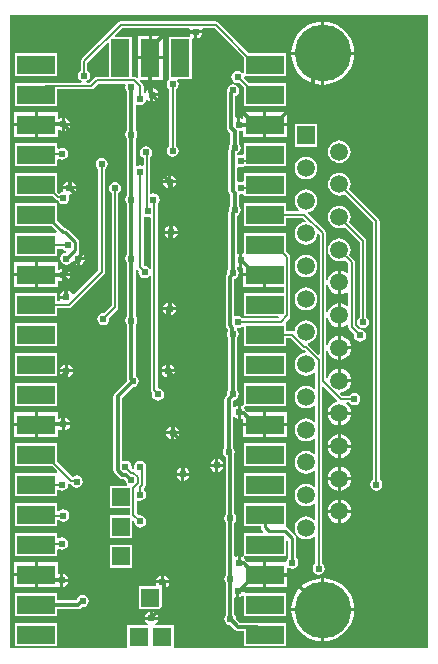
<source format=gbl>
G04*
G04 #@! TF.GenerationSoftware,Altium Limited,Altium Designer,21.3.1 (25)*
G04*
G04 Layer_Physical_Order=2*
G04 Layer_Color=13010237*
%FSLAX25Y25*%
%MOIN*%
G70*
G04*
G04 #@! TF.SameCoordinates,0F46E8F8-C812-4C73-86AE-EEEB37A8DDC9*
G04*
G04*
G04 #@! TF.FilePolarity,Positive*
G04*
G01*
G75*
%ADD15C,0.01000*%
%ADD21C,0.00600*%
%ADD43C,0.01200*%
%ADD44C,0.00800*%
%ADD45C,0.05906*%
%ADD46R,0.05906X0.05906*%
%ADD47C,0.18898*%
%ADD48C,0.02400*%
%ADD49R,0.12598X0.06299*%
%ADD50R,0.06299X0.12598*%
%ADD51R,0.05906X0.05906*%
G36*
X141170Y2039D02*
X56863D01*
X56410Y2153D01*
X56410Y2539D01*
Y9658D01*
X50306D01*
X50155Y10158D01*
X50581Y10443D01*
X51067Y11171D01*
X51138Y11529D01*
X46851D01*
X46922Y11171D01*
X47408Y10443D01*
X47835Y10158D01*
X47683Y9658D01*
X41031D01*
Y2539D01*
X41031Y2153D01*
X40578Y2039D01*
X2039D01*
Y213020D01*
X141170D01*
X141170Y2039D01*
D02*
G37*
%LPC*%
G36*
X70417Y210999D02*
X70417Y210999D01*
X38776D01*
X38776Y210999D01*
X38347Y210914D01*
X37983Y210671D01*
X37983Y210671D01*
X25782Y198470D01*
X25539Y198106D01*
X25453Y197677D01*
X25453Y197677D01*
Y194569D01*
X25133Y194355D01*
X24691Y193694D01*
X24536Y192913D01*
X24691Y192133D01*
X25133Y191472D01*
X25770Y191046D01*
X25776Y191009D01*
X25582Y190546D01*
X13420D01*
X13420Y190546D01*
X13312Y190524D01*
X3472D01*
Y182625D01*
X17670D01*
Y188303D01*
X28997D01*
X28997Y188303D01*
X29426Y188388D01*
X29790Y188631D01*
X31313Y190154D01*
X40149D01*
X40418Y189654D01*
X40284Y188976D01*
X40439Y188196D01*
X40881Y187534D01*
X40895Y187525D01*
Y174680D01*
X40881Y174670D01*
X40439Y174009D01*
X40284Y173228D01*
X40439Y172448D01*
X40881Y171786D01*
X40895Y171777D01*
Y153026D01*
X40881Y153017D01*
X40439Y152355D01*
X40284Y151575D01*
X40439Y150794D01*
X40881Y150133D01*
X40895Y150123D01*
Y133341D01*
X40881Y133332D01*
X40439Y132670D01*
X40284Y131890D01*
X40439Y131109D01*
X40881Y130448D01*
X40895Y130438D01*
Y112672D01*
X40881Y112662D01*
X40439Y112001D01*
X40284Y111221D01*
X40439Y110440D01*
X40881Y109778D01*
X40895Y109769D01*
Y91860D01*
X40895Y91860D01*
X40917Y91752D01*
X40776Y91043D01*
X40779Y91026D01*
X36746Y86993D01*
X36436Y86530D01*
X36328Y85984D01*
X36328Y85983D01*
Y61423D01*
X36328Y61423D01*
X36436Y60877D01*
X36746Y60414D01*
X38268Y58891D01*
X38268Y58891D01*
X38732Y58582D01*
X39278Y58473D01*
X39278Y58473D01*
X39902D01*
X40287Y58088D01*
X40284Y58071D01*
X40439Y57291D01*
X40881Y56629D01*
X40902Y56615D01*
X40750Y56115D01*
X35125D01*
Y48610D01*
X41855D01*
Y46591D01*
X41855Y46591D01*
X41594Y46272D01*
X35125D01*
Y38767D01*
X42631D01*
Y44293D01*
X43131Y44526D01*
X43261Y44417D01*
X43236Y44291D01*
X43392Y43511D01*
X43834Y42849D01*
X44495Y42407D01*
X45276Y42252D01*
X46056Y42407D01*
X46718Y42849D01*
X47160Y43511D01*
X47315Y44291D01*
X47160Y45072D01*
X46718Y45733D01*
X46056Y46175D01*
X45276Y46330D01*
X44898Y46255D01*
X44098Y47055D01*
Y50976D01*
X44598Y51245D01*
X45276Y51110D01*
X46056Y51266D01*
X46718Y51708D01*
X47160Y52369D01*
X47315Y53150D01*
X47160Y53930D01*
X46718Y54592D01*
X46397Y54806D01*
Y55328D01*
X46815Y55746D01*
X47058Y56109D01*
X47144Y56539D01*
X47144Y56539D01*
Y61266D01*
X47144Y61266D01*
X47078Y61597D01*
X47160Y61720D01*
X47315Y62500D01*
X47160Y63280D01*
X46718Y63942D01*
X46056Y64384D01*
X45276Y64539D01*
X44495Y64384D01*
X43834Y63942D01*
X43392Y63280D01*
X43236Y62500D01*
X43302Y62172D01*
X43218Y62015D01*
X42884Y61711D01*
X42729D01*
X42318Y62122D01*
X42393Y62500D01*
X42238Y63280D01*
X41796Y63942D01*
X41135Y64384D01*
X40354Y64539D01*
X39682Y64406D01*
X39182Y64678D01*
Y85392D01*
X42798Y89008D01*
X42815Y89004D01*
X43595Y89159D01*
X44257Y89601D01*
X44699Y90263D01*
X44854Y91043D01*
X44699Y91824D01*
X44257Y92485D01*
X43750Y92824D01*
Y109769D01*
X43765Y109778D01*
X44207Y110440D01*
X44362Y111221D01*
X44207Y112001D01*
X43765Y112662D01*
X43750Y112672D01*
Y128408D01*
X44206Y128501D01*
X44250Y128492D01*
X44482Y128144D01*
X44788Y127839D01*
X44713Y127461D01*
X44868Y126680D01*
X45310Y126019D01*
X45972Y125577D01*
X46752Y125422D01*
X47532Y125577D01*
X48194Y126019D01*
X48414Y126348D01*
X48914Y126196D01*
Y88099D01*
X48914Y88099D01*
X48999Y87670D01*
X49242Y87306D01*
X49273Y87275D01*
X49142Y86614D01*
X49297Y85834D01*
X49739Y85172D01*
X50401Y84730D01*
X51181Y84575D01*
X51961Y84730D01*
X52623Y85172D01*
X53065Y85834D01*
X53220Y86614D01*
X53065Y87394D01*
X52623Y88056D01*
X51961Y88498D01*
X51181Y88653D01*
X51157Y88673D01*
Y150148D01*
X51589Y150794D01*
X51744Y151575D01*
X51589Y152355D01*
X51147Y153017D01*
X50485Y153459D01*
X49705Y153614D01*
X49027Y153479D01*
X48527Y153749D01*
Y157010D01*
X48611Y157136D01*
X48696Y157565D01*
Y165896D01*
X49128Y166542D01*
X49283Y167323D01*
X49128Y168103D01*
X48686Y168765D01*
X48024Y169207D01*
X47244Y169362D01*
X46464Y169207D01*
X45802Y168765D01*
X45360Y168103D01*
X45205Y167323D01*
X45360Y166542D01*
X45802Y165881D01*
X46453Y165446D01*
Y163099D01*
X45953Y162830D01*
X45276Y162964D01*
X44495Y162809D01*
X44250Y162645D01*
X43750Y162913D01*
Y171777D01*
X43765Y171786D01*
X44207Y172448D01*
X44362Y173228D01*
X44207Y174009D01*
X43765Y174670D01*
X43750Y174680D01*
Y183052D01*
X44250Y183319D01*
X44495Y183155D01*
X45276Y183000D01*
X46056Y183155D01*
X46718Y183598D01*
X47160Y184259D01*
X47234Y184636D01*
X47311Y184693D01*
X47782Y184826D01*
X48354Y184443D01*
X48713Y184372D01*
Y186516D01*
Y188659D01*
X48354Y188588D01*
X47627Y188102D01*
X47140Y187374D01*
X47115Y187247D01*
X46561Y187024D01*
X46397Y187138D01*
Y189275D01*
X46312Y189704D01*
X46069Y190068D01*
X46069Y190068D01*
X45079Y191058D01*
X45270Y191520D01*
X48221D01*
Y198319D01*
X44571D01*
Y192219D01*
X44109Y192028D01*
X44068Y192069D01*
X43704Y192312D01*
X43275Y192397D01*
X43275Y192397D01*
X42670D01*
Y205918D01*
X37056D01*
X36864Y206380D01*
X39241Y208756D01*
X61463D01*
X61770Y208256D01*
X61734Y208079D01*
X66022D01*
X65986Y208256D01*
X66293Y208756D01*
X69953D01*
X79771Y198938D01*
Y193905D01*
X79271Y193754D01*
X79198Y193863D01*
X78536Y194305D01*
X77756Y194460D01*
X76976Y194305D01*
X76314Y193863D01*
X75872Y193202D01*
X75717Y192421D01*
X75872Y191641D01*
X76314Y190979D01*
X76976Y190537D01*
X77756Y190382D01*
X78279Y190486D01*
X79771Y188995D01*
Y182625D01*
X93969D01*
Y190524D01*
X81413D01*
X79944Y191994D01*
X80044Y192529D01*
X80264Y192625D01*
X93969D01*
Y200524D01*
X81357D01*
X71210Y210671D01*
X70846Y210914D01*
X70417Y210999D01*
D02*
G37*
G36*
X63378Y207079D02*
X61734D01*
X61806Y206720D01*
X62007Y206418D01*
X61740Y205918D01*
X54771D01*
Y191720D01*
X54771Y191720D01*
X54589Y191295D01*
X54218Y190741D01*
X54063Y189961D01*
X54218Y189180D01*
X54660Y188519D01*
X54981Y188305D01*
Y169471D01*
X54660Y169257D01*
X54218Y168595D01*
X54063Y167815D01*
X54218Y167035D01*
X54660Y166373D01*
X55322Y165931D01*
X56102Y165776D01*
X56883Y165931D01*
X57544Y166373D01*
X57986Y167035D01*
X58141Y167815D01*
X57986Y168595D01*
X57544Y169257D01*
X57224Y169471D01*
Y188305D01*
X57544Y188519D01*
X57986Y189180D01*
X58141Y189961D01*
X57986Y190741D01*
X57666Y191220D01*
X57901Y191720D01*
X62670D01*
Y205184D01*
X63170Y205476D01*
X63378Y205435D01*
Y207079D01*
D02*
G37*
G36*
X66022D02*
X64378D01*
Y205435D01*
X64736Y205506D01*
X65464Y205993D01*
X65950Y206720D01*
X66022Y207079D01*
D02*
G37*
G36*
X106622Y210737D02*
Y200795D01*
X116564D01*
X116474Y201935D01*
X116090Y203534D01*
X115461Y205054D01*
X114602Y206456D01*
X113533Y207707D01*
X112283Y208775D01*
X110880Y209634D01*
X109361Y210263D01*
X107762Y210647D01*
X106622Y210737D01*
D02*
G37*
G36*
X105622D02*
X104482Y210647D01*
X102883Y210263D01*
X101364Y209634D01*
X99961Y208775D01*
X98711Y207707D01*
X97643Y206456D01*
X96783Y205054D01*
X96154Y203534D01*
X95770Y201935D01*
X95680Y200795D01*
X105622D01*
Y210737D01*
D02*
G37*
G36*
X52870Y206118D02*
X49220D01*
Y199319D01*
X52870D01*
Y206118D01*
D02*
G37*
G36*
X48221D02*
X44571D01*
Y199319D01*
X48221D01*
Y206118D01*
D02*
G37*
G36*
X17670Y200524D02*
X3472D01*
Y192625D01*
X17670D01*
Y200524D01*
D02*
G37*
G36*
X52870Y198319D02*
X49220D01*
Y191520D01*
X52870D01*
Y198319D01*
D02*
G37*
G36*
X105622Y199795D02*
X95680D01*
X95770Y198656D01*
X96154Y197056D01*
X96783Y195537D01*
X97643Y194135D01*
X98711Y192884D01*
X99961Y191816D01*
X101364Y190956D01*
X102883Y190327D01*
X104482Y189943D01*
X105622Y189854D01*
Y199795D01*
D02*
G37*
G36*
X116564D02*
X106622D01*
Y189854D01*
X107762Y189943D01*
X109361Y190327D01*
X110880Y190956D01*
X112283Y191816D01*
X113533Y192884D01*
X114602Y194135D01*
X115461Y195537D01*
X116090Y197056D01*
X116474Y198656D01*
X116564Y199795D01*
D02*
G37*
G36*
X49713Y188659D02*
Y187016D01*
X51356D01*
X51285Y187374D01*
X50799Y188102D01*
X50071Y188588D01*
X49713Y188659D01*
D02*
G37*
G36*
X51356Y186016D02*
X49713D01*
Y184372D01*
X50071Y184443D01*
X50799Y184930D01*
X51285Y185657D01*
X51356Y186016D01*
D02*
G37*
G36*
X20185Y178817D02*
Y177173D01*
X21829D01*
X21757Y177532D01*
X21271Y178259D01*
X20543Y178746D01*
X20185Y178817D01*
D02*
G37*
G36*
X94169Y180724D02*
X87370D01*
Y177075D01*
X94169D01*
Y180724D01*
D02*
G37*
G36*
X10071D02*
X3272D01*
Y177075D01*
X10071D01*
Y180724D01*
D02*
G37*
G36*
X21829Y176173D02*
X20185D01*
Y174530D01*
X20543Y174601D01*
X21271Y175087D01*
X21757Y175815D01*
X21829Y176173D01*
D02*
G37*
G36*
X17870Y180724D02*
X11071D01*
Y176575D01*
Y172425D01*
X17870D01*
Y174639D01*
X18370Y174906D01*
X18827Y174601D01*
X19185Y174530D01*
Y176673D01*
Y178817D01*
X18827Y178746D01*
X18370Y178440D01*
X17870Y178708D01*
Y180724D01*
D02*
G37*
G36*
X94169Y176075D02*
X87370D01*
Y172425D01*
X94169D01*
Y176075D01*
D02*
G37*
G36*
X76279Y190031D02*
X75499Y189876D01*
X74838Y189434D01*
X74396Y188772D01*
X74240Y187992D01*
X74316Y187611D01*
X74232Y187485D01*
X74123Y186938D01*
X74123Y186938D01*
Y175498D01*
X74123Y175498D01*
X74232Y174952D01*
X74541Y174489D01*
X75344Y173686D01*
Y170251D01*
X75330Y170241D01*
X74888Y169580D01*
X74733Y168799D01*
X74818Y168369D01*
X74713Y167844D01*
X74713Y167844D01*
Y154435D01*
X74713Y154435D01*
X74822Y153889D01*
X75132Y153426D01*
X75344Y153213D01*
Y149582D01*
X75330Y149572D01*
X74888Y148910D01*
X74733Y148130D01*
X74814Y147719D01*
X74802Y147700D01*
X74693Y147154D01*
X74693Y147154D01*
Y128420D01*
X74678Y128410D01*
X74237Y127749D01*
X74081Y126969D01*
X74139Y126677D01*
X73838Y126226D01*
X73729Y125680D01*
X73729Y125680D01*
Y109652D01*
X73729Y109652D01*
X73838Y109106D01*
X74147Y108642D01*
X74463Y108326D01*
Y107911D01*
X74237Y107572D01*
X74081Y106791D01*
X74237Y106011D01*
X74678Y105349D01*
X74693Y105340D01*
Y88066D01*
X74678Y88056D01*
X74237Y87394D01*
X74081Y86614D01*
X74139Y86326D01*
X73794Y85982D01*
X73484Y85518D01*
X73376Y84972D01*
X73376Y84972D01*
Y68873D01*
X73361Y68863D01*
X72919Y68202D01*
X72764Y67421D01*
X72919Y66641D01*
X73361Y65979D01*
X73868Y65641D01*
Y46727D01*
X73853Y46718D01*
X73411Y46056D01*
X73256Y45276D01*
X73411Y44495D01*
X73853Y43834D01*
X73868Y43824D01*
Y26550D01*
X73853Y26540D01*
X73411Y25879D01*
X73256Y25098D01*
X73411Y24318D01*
X73729Y23842D01*
Y13067D01*
X73411Y12591D01*
X73256Y11811D01*
X73411Y11031D01*
X73853Y10369D01*
X74515Y9927D01*
X75295Y9772D01*
X75312Y9775D01*
X76973Y8115D01*
X76973Y8115D01*
X77436Y7806D01*
X77982Y7697D01*
X77982Y7697D01*
X79771D01*
Y2625D01*
X93969D01*
Y10524D01*
X84459D01*
X84320Y10552D01*
X84320Y10552D01*
X78573D01*
X77331Y11794D01*
X77334Y11811D01*
X77179Y12591D01*
X76737Y13253D01*
X76584Y13355D01*
Y18743D01*
X77084Y19052D01*
X77256Y19018D01*
Y21161D01*
X77756D01*
Y21661D01*
X79900D01*
X79847Y21925D01*
X80027Y22264D01*
X80159Y22425D01*
X86370D01*
Y26575D01*
Y30724D01*
X80449D01*
X80320Y31370D01*
X79834Y32098D01*
X79793Y32125D01*
X79945Y32625D01*
X80223Y32625D01*
X93969D01*
Y37857D01*
X94469Y38107D01*
X94639Y37980D01*
Y32032D01*
X94523Y31954D01*
X94081Y31292D01*
X93968Y30724D01*
X87370D01*
Y27075D01*
X94169D01*
Y28767D01*
X94669Y28972D01*
X95184Y28628D01*
X95965Y28473D01*
X96745Y28628D01*
X97407Y29070D01*
X97848Y29732D01*
X98004Y30512D01*
X97848Y31292D01*
X97407Y31954D01*
X97290Y32032D01*
Y38767D01*
X97189Y39274D01*
X96902Y39704D01*
X94645Y41961D01*
X94234Y42235D01*
X93969Y42625D01*
Y50524D01*
X79771D01*
Y42625D01*
X85545D01*
Y42325D01*
X85646Y41818D01*
X85933Y41388D01*
X86334Y40986D01*
X86143Y40524D01*
X79771D01*
Y33072D01*
X79771Y32742D01*
X79360Y32419D01*
X79106Y32584D01*
X78929Y32619D01*
X78748Y32656D01*
Y30512D01*
X77748D01*
Y32656D01*
X77390Y32584D01*
X77164Y32433D01*
X76723Y32669D01*
Y43824D01*
X76737Y43834D01*
X77179Y44495D01*
X77334Y45276D01*
X77179Y46056D01*
X76737Y46718D01*
X76723Y46727D01*
Y66604D01*
X76723Y66604D01*
X76701Y66712D01*
X76842Y67421D01*
X76687Y68202D01*
X76245Y68863D01*
X76231Y68873D01*
Y78937D01*
X76731Y79077D01*
X77390Y78636D01*
X77748Y78565D01*
Y80709D01*
Y82852D01*
X77390Y82781D01*
X76731Y82341D01*
X76231Y82481D01*
Y84381D01*
X76500Y84650D01*
X76901Y84730D01*
X77562Y85172D01*
X78004Y85834D01*
X78160Y86614D01*
X78004Y87394D01*
X77562Y88056D01*
X77548Y88066D01*
Y105340D01*
X77562Y105349D01*
X78004Y106011D01*
X78160Y106791D01*
X78004Y107572D01*
X77574Y108215D01*
X77600Y108323D01*
X77719Y108603D01*
X77775Y108693D01*
X78536Y108844D01*
X79198Y109286D01*
X79271Y109396D01*
X79771Y109244D01*
Y102625D01*
X93969D01*
Y105453D01*
X95341D01*
X99124Y101670D01*
X99488Y101427D01*
X99917Y101342D01*
X99917Y101342D01*
X100007D01*
X100403Y100946D01*
X100224Y100418D01*
X99552Y100329D01*
X98639Y99951D01*
X97855Y99350D01*
X97254Y98566D01*
X96875Y97653D01*
X96746Y96673D01*
X96875Y95694D01*
X97254Y94781D01*
X97855Y93997D01*
X98639Y93395D01*
X99552Y93017D01*
X100531Y92888D01*
X101511Y93017D01*
X102424Y93395D01*
X103201Y93992D01*
X103391Y93967D01*
X103701Y93862D01*
Y88579D01*
X103391Y88474D01*
X103201Y88449D01*
X102424Y89046D01*
X101511Y89424D01*
X100531Y89553D01*
X99552Y89424D01*
X98639Y89046D01*
X97855Y88444D01*
X97254Y87660D01*
X96875Y86747D01*
X96746Y85768D01*
X96875Y84788D01*
X97254Y83875D01*
X97855Y83091D01*
X98639Y82490D01*
X99552Y82112D01*
X100531Y81983D01*
X101511Y82112D01*
X102424Y82490D01*
X103201Y83086D01*
X103391Y83062D01*
X103701Y82956D01*
Y77674D01*
X103391Y77568D01*
X103201Y77544D01*
X102424Y78140D01*
X101511Y78518D01*
X100531Y78647D01*
X99552Y78518D01*
X98639Y78140D01*
X97855Y77539D01*
X97254Y76755D01*
X96875Y75842D01*
X96746Y74862D01*
X96875Y73883D01*
X97254Y72970D01*
X97855Y72186D01*
X98639Y71584D01*
X99552Y71206D01*
X100531Y71077D01*
X101511Y71206D01*
X102424Y71584D01*
X103201Y72181D01*
X103391Y72156D01*
X103701Y72051D01*
Y66768D01*
X103391Y66663D01*
X103201Y66638D01*
X102424Y67235D01*
X101511Y67613D01*
X100531Y67742D01*
X99552Y67613D01*
X98639Y67235D01*
X97855Y66633D01*
X97254Y65849D01*
X96875Y64936D01*
X96746Y63957D01*
X96875Y62977D01*
X97254Y62064D01*
X97855Y61280D01*
X98639Y60679D01*
X99552Y60300D01*
X100531Y60172D01*
X101511Y60300D01*
X102424Y60679D01*
X103201Y61275D01*
X103391Y61251D01*
X103701Y61145D01*
Y55863D01*
X103391Y55757D01*
X103201Y55733D01*
X102424Y56329D01*
X101511Y56707D01*
X100531Y56836D01*
X99552Y56707D01*
X98639Y56329D01*
X97855Y55728D01*
X97254Y54944D01*
X96875Y54031D01*
X96746Y53051D01*
X96875Y52071D01*
X97254Y51159D01*
X97855Y50375D01*
X98639Y49773D01*
X99552Y49395D01*
X100531Y49266D01*
X101511Y49395D01*
X102424Y49773D01*
X103201Y50370D01*
X103391Y50345D01*
X103701Y50240D01*
Y44957D01*
X103391Y44852D01*
X103201Y44827D01*
X102424Y45424D01*
X101511Y45802D01*
X100531Y45931D01*
X99552Y45802D01*
X98639Y45424D01*
X97855Y44822D01*
X97254Y44038D01*
X96875Y43125D01*
X96746Y42146D01*
X96875Y41166D01*
X97254Y40253D01*
X97855Y39469D01*
X98639Y38868D01*
X99552Y38489D01*
X100531Y38361D01*
X101511Y38489D01*
X102424Y38868D01*
X103201Y39464D01*
X103391Y39440D01*
X103701Y39334D01*
Y30199D01*
X103381Y29985D01*
X102939Y29324D01*
X102784Y28543D01*
X102939Y27763D01*
X103381Y27101D01*
X104042Y26659D01*
X104823Y26504D01*
X105603Y26659D01*
X106265Y27101D01*
X106707Y27763D01*
X106862Y28543D01*
X106707Y29324D01*
X106265Y29985D01*
X105944Y30199D01*
Y89019D01*
X106406Y89210D01*
X110915Y84701D01*
X110736Y84173D01*
X110681Y84166D01*
X109719Y83768D01*
X108894Y83134D01*
X108260Y82308D01*
X107862Y81347D01*
X107792Y80815D01*
X111713D01*
X115634D01*
X115564Y81347D01*
X115165Y82308D01*
X114532Y83134D01*
X114034Y83516D01*
X114203Y84016D01*
X114978D01*
X115192Y83696D01*
X115854Y83254D01*
X116634Y83099D01*
X117414Y83254D01*
X118076Y83696D01*
X118518Y84357D01*
X118673Y85138D01*
X118518Y85918D01*
X118076Y86580D01*
X117414Y87022D01*
X116634Y87177D01*
X115854Y87022D01*
X115192Y86580D01*
X114978Y86259D01*
X112530D01*
X112019Y86770D01*
X112198Y87298D01*
X112744Y87370D01*
X113706Y87768D01*
X114532Y88401D01*
X115165Y89227D01*
X115564Y90189D01*
X115634Y90720D01*
X111713D01*
Y91220D01*
X111213D01*
Y95142D01*
X110681Y95072D01*
X109719Y94673D01*
X108894Y94040D01*
X108260Y93214D01*
X107862Y92252D01*
X107844Y92122D01*
X107344Y92154D01*
Y101192D01*
X107844Y101225D01*
X107862Y101094D01*
X108260Y100133D01*
X108894Y99307D01*
X109719Y98673D01*
X110681Y98275D01*
X111213Y98205D01*
Y102126D01*
Y106047D01*
X110681Y105977D01*
X109719Y105579D01*
X108894Y104945D01*
X108260Y104119D01*
X107862Y103158D01*
X107844Y103027D01*
X107344Y103060D01*
Y112098D01*
X107844Y112130D01*
X107862Y112000D01*
X108260Y111038D01*
X108894Y110212D01*
X109719Y109579D01*
X110681Y109180D01*
X111213Y109110D01*
Y113031D01*
Y116953D01*
X110681Y116883D01*
X109719Y116484D01*
X108894Y115851D01*
X108260Y115025D01*
X107862Y114063D01*
X107844Y113933D01*
X107344Y113965D01*
Y123003D01*
X107844Y123036D01*
X107862Y122905D01*
X108260Y121944D01*
X108894Y121118D01*
X109719Y120484D01*
X110681Y120086D01*
X111213Y120016D01*
Y123937D01*
Y127858D01*
X110681Y127788D01*
X109719Y127390D01*
X108894Y126756D01*
X108260Y125930D01*
X107862Y124969D01*
X107844Y124838D01*
X107344Y124871D01*
Y140334D01*
X107259Y140763D01*
X107016Y141127D01*
X107016Y141127D01*
X101150Y146993D01*
X101330Y147521D01*
X101511Y147545D01*
X102424Y147923D01*
X103208Y148524D01*
X103809Y149308D01*
X104188Y150221D01*
X104317Y151201D01*
X104188Y152180D01*
X103809Y153093D01*
X103208Y153877D01*
X102424Y154479D01*
X101511Y154857D01*
X100531Y154986D01*
X99552Y154857D01*
X98639Y154479D01*
X97855Y153877D01*
X97254Y153093D01*
X96875Y152180D01*
X96746Y151201D01*
X96875Y150221D01*
X97254Y149308D01*
X97855Y148524D01*
X98282Y148196D01*
X98113Y147696D01*
X93969D01*
Y150524D01*
X79771D01*
Y142625D01*
X93969D01*
Y145453D01*
X99518D01*
X100403Y144568D01*
X100224Y144040D01*
X99552Y143951D01*
X98639Y143573D01*
X97855Y142972D01*
X97254Y142188D01*
X96875Y141275D01*
X96746Y140295D01*
X96875Y139316D01*
X97254Y138403D01*
X97855Y137619D01*
X98639Y137017D01*
X99552Y136639D01*
X100531Y136510D01*
X101511Y136639D01*
X102424Y137017D01*
X103208Y137619D01*
X103809Y138403D01*
X104188Y139316D01*
X104274Y139974D01*
X104716Y140132D01*
X105101Y139813D01*
Y100073D01*
X104639Y99882D01*
X101265Y103256D01*
X101103Y103365D01*
X101224Y103885D01*
X101511Y103923D01*
X102424Y104301D01*
X103208Y104902D01*
X103809Y105686D01*
X104188Y106599D01*
X104317Y107579D01*
X104188Y108558D01*
X103809Y109471D01*
X103208Y110255D01*
X102424Y110857D01*
X101511Y111235D01*
X100531Y111364D01*
X99552Y111235D01*
X98639Y110857D01*
X97855Y110255D01*
X97254Y109471D01*
X96875Y108558D01*
X96782Y107847D01*
X96265Y107590D01*
X96234Y107611D01*
X95805Y107696D01*
X95805Y107696D01*
X93969D01*
Y110524D01*
X93969D01*
X93805Y110921D01*
X95061Y112177D01*
X95062Y112177D01*
X95305Y112541D01*
X95390Y112970D01*
Y132326D01*
X95390Y132326D01*
X95305Y132755D01*
X95062Y133119D01*
X95061Y133119D01*
X93969Y134211D01*
Y140524D01*
X79771D01*
Y133910D01*
X79271Y133535D01*
X79240Y133541D01*
Y131398D01*
Y129197D01*
X79571Y128926D01*
Y127075D01*
X86870D01*
Y126575D01*
X87370D01*
Y122425D01*
X93147D01*
Y120524D01*
X79771D01*
Y112625D01*
X91328D01*
X91576Y112125D01*
X91441Y111945D01*
X79348D01*
X79198Y112170D01*
X78536Y112612D01*
X77756Y112768D01*
X77084Y112634D01*
X76584Y112906D01*
Y125022D01*
X76901Y125084D01*
X77562Y125527D01*
X78004Y126188D01*
X78160Y126969D01*
X78004Y127749D01*
X77562Y128410D01*
X77548Y128420D01*
Y128993D01*
X78048Y129292D01*
X78240Y129254D01*
Y131398D01*
Y133541D01*
X78048Y133503D01*
X77548Y133802D01*
Y146245D01*
X77552Y146246D01*
X78214Y146688D01*
X78656Y147350D01*
X78811Y148130D01*
X78656Y148910D01*
X78214Y149572D01*
X78199Y149582D01*
Y153186D01*
X78586Y153503D01*
X78740Y153473D01*
X79271Y153578D01*
X79771Y153240D01*
Y152625D01*
X93969D01*
Y160524D01*
X79771D01*
Y157784D01*
X79271Y157445D01*
X78740Y157551D01*
X78068Y157417D01*
X77568Y157690D01*
Y162192D01*
X78068Y162464D01*
X78740Y162331D01*
X79200Y162422D01*
X79343Y162451D01*
X79343Y162451D01*
X79520Y162486D01*
X79663Y162581D01*
X80125Y162625D01*
X93969D01*
Y170524D01*
X79771D01*
Y166642D01*
X79271Y166304D01*
X78740Y166409D01*
X78113Y166285D01*
X77691Y166579D01*
X77680Y167001D01*
X78214Y167357D01*
X78656Y168019D01*
X78811Y168799D01*
X78656Y169580D01*
X78214Y170241D01*
X78199Y170251D01*
Y174277D01*
X78187Y174339D01*
X79008Y174503D01*
X79130Y174584D01*
X79571Y174348D01*
Y172425D01*
X86370D01*
Y176575D01*
Y180724D01*
X79571D01*
Y178801D01*
X79130Y178566D01*
X79008Y178647D01*
X78650Y178718D01*
Y176575D01*
X77650D01*
Y178718D01*
X77478Y178684D01*
X76978Y178993D01*
Y186092D01*
X77060Y186108D01*
X77722Y186550D01*
X78163Y187212D01*
X78319Y187992D01*
X78163Y188772D01*
X77722Y189434D01*
X77060Y189876D01*
X76279Y190031D01*
D02*
G37*
G36*
X10071Y176075D02*
X3272D01*
Y172425D01*
X10071D01*
Y176075D01*
D02*
G37*
G36*
X104284Y176765D02*
X96779D01*
Y169259D01*
X104284D01*
Y176765D01*
D02*
G37*
G36*
X17670Y170524D02*
X3472D01*
Y162625D01*
X17670D01*
Y164841D01*
X18170Y165109D01*
X18413Y164947D01*
X19193Y164792D01*
X19973Y164947D01*
X20635Y165389D01*
X21077Y166050D01*
X21232Y166831D01*
X21077Y167611D01*
X20635Y168273D01*
X19973Y168715D01*
X19193Y168870D01*
X18413Y168715D01*
X18170Y168553D01*
X17670Y168820D01*
Y170524D01*
D02*
G37*
G36*
X111713Y171344D02*
X110733Y171215D01*
X109820Y170837D01*
X109036Y170236D01*
X108435Y169452D01*
X108056Y168539D01*
X107928Y167559D01*
X108056Y166579D01*
X108435Y165666D01*
X109036Y164883D01*
X109820Y164281D01*
X110733Y163903D01*
X111713Y163774D01*
X112692Y163903D01*
X113605Y164281D01*
X114389Y164883D01*
X114991Y165666D01*
X115369Y166579D01*
X115498Y167559D01*
X115369Y168539D01*
X114991Y169452D01*
X114389Y170236D01*
X113605Y170837D01*
X112692Y171215D01*
X111713Y171344D01*
D02*
G37*
G36*
X100531Y165891D02*
X99552Y165762D01*
X98639Y165384D01*
X97855Y164783D01*
X97254Y163999D01*
X96875Y163086D01*
X96746Y162106D01*
X96875Y161127D01*
X97254Y160214D01*
X97855Y159430D01*
X98639Y158828D01*
X99552Y158450D01*
X100531Y158321D01*
X101511Y158450D01*
X102424Y158828D01*
X103208Y159430D01*
X103809Y160214D01*
X104188Y161127D01*
X104317Y162106D01*
X104188Y163086D01*
X103809Y163999D01*
X103208Y164783D01*
X102424Y165384D01*
X101511Y165762D01*
X100531Y165891D01*
D02*
G37*
G36*
X55618Y159624D02*
Y157980D01*
X57262D01*
X57191Y158339D01*
X56704Y159066D01*
X55976Y159553D01*
X55618Y159624D01*
D02*
G37*
G36*
X54618D02*
X54260Y159553D01*
X53532Y159066D01*
X53046Y158339D01*
X52974Y157980D01*
X54618D01*
Y159624D01*
D02*
G37*
G36*
X22153Y157655D02*
Y156012D01*
X23797D01*
X23726Y156370D01*
X23240Y157098D01*
X22512Y157584D01*
X22153Y157655D01*
D02*
G37*
G36*
X21154D02*
X20795Y157584D01*
X20067Y157098D01*
X19581Y156370D01*
X19510Y156012D01*
X21154D01*
Y157655D01*
D02*
G37*
G36*
X57262Y156980D02*
X55618D01*
Y155337D01*
X55976Y155408D01*
X56704Y155894D01*
X57191Y156622D01*
X57262Y156980D01*
D02*
G37*
G36*
X54618D02*
X52974D01*
X53046Y156622D01*
X53532Y155894D01*
X54260Y155408D01*
X54618Y155337D01*
Y156980D01*
D02*
G37*
G36*
X17670Y160524D02*
X3472D01*
Y152625D01*
X16084D01*
X17091Y151618D01*
X17091Y151618D01*
X17455Y151375D01*
X17797Y151307D01*
X17801Y151287D01*
X18243Y150625D01*
X18905Y150183D01*
X19685Y150028D01*
X20465Y150183D01*
X21127Y150625D01*
X21569Y151287D01*
X21724Y152067D01*
X21582Y152783D01*
X21598Y152893D01*
X21861Y153310D01*
X22512Y153439D01*
X23240Y153926D01*
X23726Y154653D01*
X23797Y155012D01*
X19510D01*
X19581Y154653D01*
X19624Y154589D01*
X19385Y154046D01*
X18905Y153951D01*
X18321Y153561D01*
X17670Y154211D01*
Y160524D01*
D02*
G37*
G36*
X56110Y142892D02*
Y141248D01*
X57754D01*
X57683Y141606D01*
X57196Y142334D01*
X56469Y142820D01*
X56110Y142892D01*
D02*
G37*
G36*
X55110D02*
X54752Y142820D01*
X54024Y142334D01*
X53538Y141606D01*
X53467Y141248D01*
X55110D01*
Y142892D01*
D02*
G37*
G36*
X57754Y140248D02*
X56110D01*
Y138604D01*
X56469Y138676D01*
X57196Y139162D01*
X57683Y139890D01*
X57754Y140248D01*
D02*
G37*
G36*
X55110D02*
X53467D01*
X53538Y139890D01*
X54024Y139162D01*
X54752Y138676D01*
X55110Y138604D01*
Y140248D01*
D02*
G37*
G36*
X26750Y131390D02*
X25106D01*
Y129746D01*
X25465Y129817D01*
X26192Y130304D01*
X26679Y131031D01*
X26750Y131390D01*
D02*
G37*
G36*
X17670Y150524D02*
X3472D01*
Y142625D01*
X15796D01*
X17396Y141024D01*
X17189Y140524D01*
X3472D01*
Y132625D01*
X17670D01*
Y135095D01*
X19574D01*
X19719Y134877D01*
X20381Y134435D01*
X20516Y134408D01*
Y133898D01*
X19889Y133774D01*
X19227Y133332D01*
X18785Y132670D01*
X18630Y131890D01*
X18785Y131109D01*
X19227Y130448D01*
X19889Y130006D01*
X20669Y129851D01*
X21450Y130006D01*
X22111Y130448D01*
X22217Y130606D01*
X22818D01*
X23020Y130304D01*
X23748Y129817D01*
X24106Y129746D01*
Y131890D01*
X24606D01*
Y132390D01*
X26750D01*
X26679Y132748D01*
X26192Y133476D01*
X25465Y133962D01*
X25201Y134015D01*
X24926Y134579D01*
X24986Y134881D01*
Y137354D01*
X24986Y137354D01*
X24885Y137861D01*
X24598Y138291D01*
X21312Y141577D01*
X20882Y141864D01*
X20375Y141965D01*
X20205D01*
X17670Y144500D01*
Y150524D01*
D02*
G37*
G36*
X10071Y130724D02*
X3272D01*
Y127075D01*
X10071D01*
Y130724D01*
D02*
G37*
G36*
X111713Y138628D02*
X110733Y138499D01*
X109820Y138120D01*
X109036Y137519D01*
X108435Y136735D01*
X108056Y135822D01*
X107928Y134843D01*
X108056Y133863D01*
X108435Y132950D01*
X109036Y132166D01*
X109820Y131564D01*
X110733Y131186D01*
X111713Y131057D01*
X112692Y131186D01*
X113463Y131506D01*
X114643Y130326D01*
Y127301D01*
X114143Y127054D01*
X113706Y127390D01*
X112744Y127788D01*
X112213Y127858D01*
Y123937D01*
Y120016D01*
X112744Y120086D01*
X113706Y120484D01*
X114143Y120820D01*
X114643Y120573D01*
Y116395D01*
X114143Y116149D01*
X113706Y116484D01*
X112744Y116883D01*
X112213Y116953D01*
Y113031D01*
Y109110D01*
X112744Y109180D01*
X113706Y109579D01*
X114143Y109914D01*
X114643Y109668D01*
Y109137D01*
X114643Y109137D01*
X114728Y108708D01*
X114971Y108344D01*
X116638Y106677D01*
X116563Y106299D01*
X116718Y105519D01*
X117160Y104857D01*
X117822Y104415D01*
X118602Y104260D01*
X119383Y104415D01*
X120044Y104857D01*
X120486Y105519D01*
X120642Y106299D01*
X120486Y107080D01*
X120044Y107741D01*
X119383Y108183D01*
X118602Y108338D01*
X118225Y108263D01*
X116886Y109602D01*
Y130790D01*
X116886Y130791D01*
X116801Y131220D01*
X116558Y131584D01*
X116558Y131584D01*
X115049Y133092D01*
X115369Y133863D01*
X115498Y134843D01*
X115369Y135822D01*
X114991Y136735D01*
X114389Y137519D01*
X113605Y138120D01*
X112692Y138499D01*
X111713Y138628D01*
D02*
G37*
G36*
X20185Y128620D02*
Y126976D01*
X21829D01*
X21757Y127335D01*
X21271Y128062D01*
X20543Y128549D01*
X20185Y128620D01*
D02*
G37*
G36*
X100531Y133175D02*
X99552Y133046D01*
X98639Y132668D01*
X97855Y132066D01*
X97254Y131282D01*
X96875Y130369D01*
X96746Y129390D01*
X96875Y128410D01*
X97254Y127497D01*
X97855Y126713D01*
X98639Y126112D01*
X99552Y125734D01*
X100531Y125605D01*
X101511Y125734D01*
X102424Y126112D01*
X103208Y126713D01*
X103809Y127497D01*
X104188Y128410D01*
X104317Y129390D01*
X104188Y130369D01*
X103809Y131282D01*
X103208Y132066D01*
X102424Y132668D01*
X101511Y133046D01*
X100531Y133175D01*
D02*
G37*
G36*
X21829Y125976D02*
X20185D01*
Y124333D01*
X20543Y124404D01*
X21271Y124890D01*
X21757Y125618D01*
X21829Y125976D01*
D02*
G37*
G36*
X17870Y130724D02*
X11071D01*
Y126575D01*
Y122425D01*
X17870D01*
Y124442D01*
X18370Y124709D01*
X18827Y124404D01*
X19185Y124333D01*
Y126476D01*
Y128620D01*
X18827Y128549D01*
X18370Y128244D01*
X17870Y128511D01*
Y130724D01*
D02*
G37*
G36*
X86370Y126075D02*
X79571D01*
Y122425D01*
X86370D01*
Y126075D01*
D02*
G37*
G36*
X10071Y126075D02*
X3272D01*
Y122425D01*
X10071D01*
Y126075D01*
D02*
G37*
G36*
X32480Y165425D02*
X31700Y165270D01*
X31038Y164828D01*
X30596Y164166D01*
X30441Y163386D01*
X30596Y162606D01*
X31038Y161944D01*
X31257Y161798D01*
Y128019D01*
X23209Y119972D01*
X22638Y120108D01*
X22255Y120681D01*
X21528Y121167D01*
X21169Y121238D01*
Y119095D01*
X20669D01*
Y118595D01*
X18526D01*
X18585Y118298D01*
X18522Y118096D01*
X18363Y117798D01*
X17670D01*
Y120524D01*
X3472D01*
Y112625D01*
X17670D01*
Y115351D01*
X21543D01*
X22011Y115444D01*
X22408Y115710D01*
X33345Y126647D01*
X33611Y127044D01*
X33704Y127513D01*
Y161798D01*
X33922Y161944D01*
X34364Y162606D01*
X34519Y163386D01*
X34364Y164166D01*
X33922Y164828D01*
X33261Y165270D01*
X32480Y165425D01*
D02*
G37*
G36*
X20169Y121238D02*
X19811Y121167D01*
X19083Y120681D01*
X18597Y119953D01*
X18526Y119595D01*
X20169D01*
Y121238D01*
D02*
G37*
G36*
X55618Y117301D02*
Y115657D01*
X57262D01*
X57191Y116016D01*
X56704Y116744D01*
X55976Y117230D01*
X55618Y117301D01*
D02*
G37*
G36*
X54618D02*
X54260Y117230D01*
X53532Y116744D01*
X53046Y116016D01*
X52974Y115657D01*
X54618D01*
Y117301D01*
D02*
G37*
G36*
X100531Y122269D02*
X99552Y122140D01*
X98639Y121762D01*
X97855Y121161D01*
X97254Y120377D01*
X96875Y119464D01*
X96746Y118484D01*
X96875Y117505D01*
X97254Y116592D01*
X97855Y115808D01*
X98639Y115206D01*
X99552Y114828D01*
X100531Y114699D01*
X101511Y114828D01*
X102424Y115206D01*
X103208Y115808D01*
X103809Y116592D01*
X104188Y117505D01*
X104317Y118484D01*
X104188Y119464D01*
X103809Y120377D01*
X103208Y121161D01*
X102424Y121762D01*
X101511Y122140D01*
X100531Y122269D01*
D02*
G37*
G36*
X36909Y157513D02*
X36129Y157358D01*
X35467Y156916D01*
X35026Y156254D01*
X34870Y155474D01*
X35026Y154694D01*
X35467Y154032D01*
X35788Y153818D01*
Y116114D01*
X33350Y113677D01*
X32972Y113752D01*
X32192Y113597D01*
X31530Y113154D01*
X31089Y112493D01*
X30933Y111713D01*
X31089Y110932D01*
X31530Y110271D01*
X32192Y109829D01*
X32972Y109673D01*
X33753Y109829D01*
X34414Y110271D01*
X34856Y110932D01*
X35012Y111713D01*
X34936Y112091D01*
X37703Y114857D01*
X37703Y114857D01*
X37946Y115220D01*
X38031Y115650D01*
Y153818D01*
X38351Y154032D01*
X38793Y154694D01*
X38949Y155474D01*
X38793Y156254D01*
X38351Y156916D01*
X37690Y157358D01*
X36909Y157513D01*
D02*
G37*
G36*
X57262Y114657D02*
X55618D01*
Y113014D01*
X55976Y113085D01*
X56704Y113571D01*
X57191Y114299D01*
X57262Y114657D01*
D02*
G37*
G36*
X54618D02*
X52974D01*
X53046Y114299D01*
X53532Y113571D01*
X54260Y113085D01*
X54618Y113014D01*
Y114657D01*
D02*
G37*
G36*
X111713Y149533D02*
X110733Y149404D01*
X109820Y149026D01*
X109036Y148424D01*
X108435Y147641D01*
X108056Y146728D01*
X107928Y145748D01*
X108056Y144768D01*
X108435Y143856D01*
X109036Y143072D01*
X109820Y142470D01*
X110733Y142092D01*
X111713Y141963D01*
X112692Y142092D01*
X113463Y142411D01*
X118465Y137409D01*
Y112384D01*
X118145Y112170D01*
X117703Y111509D01*
X117547Y110728D01*
X117703Y109948D01*
X118145Y109286D01*
X118806Y108844D01*
X119587Y108689D01*
X120367Y108844D01*
X121028Y109286D01*
X121471Y109948D01*
X121626Y110728D01*
X121471Y111509D01*
X121028Y112170D01*
X120708Y112384D01*
Y137874D01*
X120623Y138303D01*
X120380Y138667D01*
X120380Y138667D01*
X115049Y143997D01*
X115369Y144768D01*
X115498Y145748D01*
X115369Y146728D01*
X114991Y147641D01*
X114389Y148424D01*
X113605Y149026D01*
X112692Y149404D01*
X111713Y149533D01*
D02*
G37*
G36*
X112213Y106047D02*
Y102626D01*
X115634D01*
X115564Y103158D01*
X115165Y104119D01*
X114532Y104945D01*
X113706Y105579D01*
X112744Y105977D01*
X112213Y106047D01*
D02*
G37*
G36*
X17670Y110524D02*
X3472D01*
Y102625D01*
X17670D01*
Y110524D01*
D02*
G37*
G36*
X115634Y101626D02*
X112213D01*
Y98205D01*
X112744Y98275D01*
X113706Y98673D01*
X114532Y99307D01*
X115165Y100133D01*
X115564Y101094D01*
X115634Y101626D01*
D02*
G37*
G36*
X55126Y96632D02*
Y94988D01*
X56770D01*
X56698Y95347D01*
X56212Y96074D01*
X55484Y96561D01*
X55126Y96632D01*
D02*
G37*
G36*
X54126D02*
X53768Y96561D01*
X53040Y96074D01*
X52554Y95347D01*
X52482Y94988D01*
X54126D01*
Y96632D01*
D02*
G37*
G36*
X21169D02*
Y94988D01*
X22813D01*
X22742Y95347D01*
X22255Y96074D01*
X21528Y96561D01*
X21169Y96632D01*
D02*
G37*
G36*
X20169D02*
X19811Y96561D01*
X19083Y96074D01*
X18597Y95347D01*
X18526Y94988D01*
X20169D01*
Y96632D01*
D02*
G37*
G36*
X93969Y100524D02*
X79771D01*
Y92625D01*
X93969D01*
Y100524D01*
D02*
G37*
G36*
X17670D02*
X3472D01*
Y92625D01*
X17670D01*
Y100524D01*
D02*
G37*
G36*
X56770Y93988D02*
X55126D01*
Y92345D01*
X55484Y92416D01*
X56212Y92902D01*
X56698Y93630D01*
X56770Y93988D01*
D02*
G37*
G36*
X54126D02*
X52482D01*
X52554Y93630D01*
X53040Y92902D01*
X53768Y92416D01*
X54126Y92345D01*
Y93988D01*
D02*
G37*
G36*
X22813D02*
X21169D01*
Y92345D01*
X21528Y92416D01*
X22255Y92902D01*
X22742Y93630D01*
X22813Y93988D01*
D02*
G37*
G36*
X20169D02*
X18526D01*
X18597Y93630D01*
X19083Y92902D01*
X19811Y92416D01*
X20169Y92345D01*
Y93988D01*
D02*
G37*
G36*
X112213Y95142D02*
Y91720D01*
X115634D01*
X115564Y92252D01*
X115165Y93214D01*
X114532Y94040D01*
X113706Y94673D01*
X112744Y95072D01*
X112213Y95142D01*
D02*
G37*
G36*
X93969Y90524D02*
X79771D01*
Y82938D01*
X79271Y82671D01*
X79106Y82781D01*
X78748Y82852D01*
Y80709D01*
Y78565D01*
X79071Y78629D01*
X79183Y78623D01*
X79571Y78416D01*
Y77075D01*
X86370D01*
Y80724D01*
X80488D01*
X80320Y81567D01*
X79947Y82125D01*
X80171Y82625D01*
X93969D01*
Y90524D01*
D02*
G37*
G36*
X17670D02*
X3472D01*
Y82625D01*
X17670D01*
Y90524D01*
D02*
G37*
G36*
X20185Y78915D02*
Y77272D01*
X21829D01*
X21757Y77630D01*
X21271Y78358D01*
X20543Y78844D01*
X20185Y78915D01*
D02*
G37*
G36*
X94169Y80724D02*
X87370D01*
Y77075D01*
X94169D01*
Y80724D01*
D02*
G37*
G36*
X10071D02*
X3272D01*
Y77075D01*
X10071D01*
Y80724D01*
D02*
G37*
G36*
X111213Y79815D02*
X107792D01*
X107862Y79283D01*
X108260Y78321D01*
X108894Y77496D01*
X109719Y76862D01*
X110681Y76464D01*
X111213Y76394D01*
Y79815D01*
D02*
G37*
G36*
X115634D02*
X112213D01*
Y76394D01*
X112744Y76464D01*
X113706Y76862D01*
X114532Y77496D01*
X115165Y78321D01*
X115564Y79283D01*
X115634Y79815D01*
D02*
G37*
G36*
X21829Y76272D02*
X20185D01*
Y74628D01*
X20543Y74699D01*
X21271Y75186D01*
X21757Y75913D01*
X21829Y76272D01*
D02*
G37*
G36*
X17870Y80724D02*
X11071D01*
Y76575D01*
Y72425D01*
X17870D01*
Y74737D01*
X18370Y75004D01*
X18827Y74699D01*
X19185Y74628D01*
Y76772D01*
Y78915D01*
X18827Y78844D01*
X18370Y78539D01*
X17870Y78806D01*
Y80724D01*
D02*
G37*
G36*
X56602Y75963D02*
Y74319D01*
X58246D01*
X58175Y74677D01*
X57688Y75405D01*
X56961Y75891D01*
X56602Y75963D01*
D02*
G37*
G36*
X55602D02*
X55244Y75891D01*
X54516Y75405D01*
X54030Y74677D01*
X53959Y74319D01*
X55602D01*
Y75963D01*
D02*
G37*
G36*
X94169Y76075D02*
X87370D01*
Y72425D01*
X94169D01*
Y76075D01*
D02*
G37*
G36*
X86370D02*
X79571D01*
Y72425D01*
X86370D01*
Y76075D01*
D02*
G37*
G36*
X10071D02*
X3272D01*
Y72425D01*
X10071D01*
Y76075D01*
D02*
G37*
G36*
X58246Y73319D02*
X56602D01*
Y71675D01*
X56961Y71747D01*
X57688Y72233D01*
X58175Y72961D01*
X58246Y73319D01*
D02*
G37*
G36*
X55602D02*
X53959D01*
X54030Y72961D01*
X54516Y72233D01*
X55244Y71747D01*
X55602Y71675D01*
Y73319D01*
D02*
G37*
G36*
X112213Y73330D02*
Y69909D01*
X115634D01*
X115564Y70441D01*
X115165Y71403D01*
X114532Y72229D01*
X113706Y72862D01*
X112744Y73260D01*
X112213Y73330D01*
D02*
G37*
G36*
X111213D02*
X110681Y73260D01*
X109719Y72862D01*
X108894Y72229D01*
X108260Y71403D01*
X107862Y70441D01*
X107792Y69909D01*
X111213D01*
Y73330D01*
D02*
G37*
G36*
Y68909D02*
X107792D01*
X107862Y68378D01*
X108260Y67416D01*
X108894Y66590D01*
X109719Y65957D01*
X110681Y65558D01*
X111213Y65488D01*
Y68909D01*
D02*
G37*
G36*
X115634D02*
X112213D01*
Y65488D01*
X112744Y65558D01*
X113706Y65957D01*
X114532Y66590D01*
X115165Y67416D01*
X115564Y68378D01*
X115634Y68909D01*
D02*
G37*
G36*
X71366Y65136D02*
Y63492D01*
X73010D01*
X72939Y63850D01*
X72452Y64578D01*
X71724Y65065D01*
X71366Y65136D01*
D02*
G37*
G36*
X70366D02*
X70008Y65065D01*
X69280Y64578D01*
X68794Y63850D01*
X68722Y63492D01*
X70366D01*
Y65136D01*
D02*
G37*
G36*
X93969Y70524D02*
X79771D01*
Y62625D01*
X93969D01*
Y70524D01*
D02*
G37*
G36*
X73010Y62492D02*
X71366D01*
Y60848D01*
X71724Y60920D01*
X72452Y61406D01*
X72939Y62134D01*
X73010Y62492D01*
D02*
G37*
G36*
X70366D02*
X68722D01*
X68794Y62134D01*
X69280Y61406D01*
X70008Y60920D01*
X70366Y60848D01*
Y62492D01*
D02*
G37*
G36*
X60047Y62183D02*
Y60539D01*
X61691D01*
X61620Y60898D01*
X61133Y61625D01*
X60406Y62112D01*
X60047Y62183D01*
D02*
G37*
G36*
X59047D02*
X58689Y62112D01*
X57961Y61625D01*
X57475Y60898D01*
X57404Y60539D01*
X59047D01*
Y62183D01*
D02*
G37*
G36*
X112213Y62425D02*
Y59004D01*
X115634D01*
X115564Y59536D01*
X115165Y60497D01*
X114532Y61323D01*
X113706Y61957D01*
X112744Y62355D01*
X112213Y62425D01*
D02*
G37*
G36*
X111213D02*
X110681Y62355D01*
X109719Y61957D01*
X108894Y61323D01*
X108260Y60497D01*
X107862Y59536D01*
X107792Y59004D01*
X111213D01*
Y62425D01*
D02*
G37*
G36*
X61691Y59539D02*
X60047D01*
Y57896D01*
X60406Y57967D01*
X61133Y58453D01*
X61620Y59181D01*
X61691Y59539D01*
D02*
G37*
G36*
X59047D02*
X57404D01*
X57475Y59181D01*
X57961Y58453D01*
X58689Y57967D01*
X59047Y57896D01*
Y59539D01*
D02*
G37*
G36*
X17670Y70524D02*
X3472D01*
Y62625D01*
X16084D01*
X17695Y61014D01*
X17478Y60524D01*
X17250Y60524D01*
X3472D01*
Y52625D01*
X17670D01*
Y54605D01*
X18170Y54873D01*
X18413Y54711D01*
X19193Y54555D01*
X19973Y54711D01*
X20635Y55153D01*
X21077Y55814D01*
X21232Y56595D01*
X21189Y56814D01*
X21428Y57007D01*
X21644Y57087D01*
X21943Y56887D01*
X22224Y56831D01*
X22230Y56798D01*
X22672Y56137D01*
X23334Y55695D01*
X24114Y55540D01*
X24894Y55695D01*
X25556Y56137D01*
X25998Y56798D01*
X26153Y57579D01*
X25998Y58359D01*
X25556Y59021D01*
X24894Y59463D01*
X24114Y59618D01*
X23334Y59463D01*
X22785Y59096D01*
X17670Y64211D01*
Y70524D01*
D02*
G37*
G36*
X115634Y58004D02*
X112213D01*
Y54583D01*
X112744Y54653D01*
X113706Y55051D01*
X114532Y55685D01*
X115165Y56511D01*
X115564Y57472D01*
X115634Y58004D01*
D02*
G37*
G36*
X111213D02*
X107792D01*
X107862Y57472D01*
X108260Y56511D01*
X108894Y55685D01*
X109719Y55051D01*
X110681Y54653D01*
X111213Y54583D01*
Y58004D01*
D02*
G37*
G36*
X111713Y160439D02*
X110733Y160310D01*
X109820Y159932D01*
X109036Y159330D01*
X108435Y158546D01*
X108056Y157633D01*
X107928Y156653D01*
X108056Y155674D01*
X108435Y154761D01*
X109036Y153977D01*
X109820Y153375D01*
X110733Y152997D01*
X111713Y152868D01*
X112692Y152997D01*
X113463Y153317D01*
X122894Y143886D01*
Y58250D01*
X122574Y58036D01*
X122132Y57375D01*
X121977Y56595D01*
X122132Y55814D01*
X122574Y55153D01*
X123235Y54711D01*
X124016Y54555D01*
X124796Y54711D01*
X125458Y55153D01*
X125900Y55814D01*
X126055Y56595D01*
X125900Y57375D01*
X125458Y58036D01*
X125137Y58250D01*
Y144350D01*
X125137Y144350D01*
X125052Y144780D01*
X124809Y145143D01*
X124809Y145143D01*
X115049Y154903D01*
X115369Y155674D01*
X115498Y156653D01*
X115369Y157633D01*
X114991Y158546D01*
X114389Y159330D01*
X113605Y159932D01*
X112692Y160310D01*
X111713Y160439D01*
D02*
G37*
G36*
X93969Y60524D02*
X79771D01*
Y52625D01*
X93969D01*
Y60524D01*
D02*
G37*
G36*
X112213Y51520D02*
Y48098D01*
X115634D01*
X115564Y48630D01*
X115165Y49592D01*
X114532Y50418D01*
X113706Y51051D01*
X112744Y51449D01*
X112213Y51520D01*
D02*
G37*
G36*
X111213D02*
X110681Y51449D01*
X109719Y51051D01*
X108894Y50418D01*
X108260Y49592D01*
X107862Y48630D01*
X107792Y48098D01*
X111213D01*
Y51520D01*
D02*
G37*
G36*
X17670Y50524D02*
X3472D01*
Y42625D01*
X17670D01*
Y44776D01*
X18170Y44927D01*
X18243Y44818D01*
X18905Y44376D01*
X19685Y44221D01*
X20465Y44376D01*
X21127Y44818D01*
X21569Y45480D01*
X21724Y46260D01*
X21569Y47040D01*
X21127Y47702D01*
X20465Y48144D01*
X19685Y48299D01*
X18905Y48144D01*
X18243Y47702D01*
X18170Y47592D01*
X17670Y47744D01*
Y50524D01*
D02*
G37*
G36*
X115634Y47098D02*
X112213D01*
Y43677D01*
X112744Y43747D01*
X113706Y44146D01*
X114532Y44779D01*
X115165Y45605D01*
X115564Y46567D01*
X115634Y47098D01*
D02*
G37*
G36*
X111213D02*
X107792D01*
X107862Y46567D01*
X108260Y45605D01*
X108894Y44779D01*
X109719Y44146D01*
X110681Y43747D01*
X111213Y43677D01*
Y47098D01*
D02*
G37*
G36*
X17670Y40524D02*
X3472D01*
Y32625D01*
X17670D01*
Y34920D01*
X18170Y35188D01*
X18413Y35026D01*
X19193Y34870D01*
X19973Y35026D01*
X20635Y35467D01*
X21077Y36129D01*
X21232Y36909D01*
X21077Y37690D01*
X20635Y38351D01*
X19973Y38793D01*
X19193Y38949D01*
X18413Y38793D01*
X18170Y38631D01*
X17670Y38899D01*
Y40524D01*
D02*
G37*
G36*
X42631Y36430D02*
X35125D01*
Y28924D01*
X42631D01*
Y36430D01*
D02*
G37*
G36*
X10071Y30724D02*
X3272D01*
Y27075D01*
X10071D01*
Y30724D01*
D02*
G37*
G36*
X19693Y26750D02*
Y25106D01*
X21337D01*
X21265Y25465D01*
X20779Y26192D01*
X20051Y26679D01*
X19693Y26750D01*
D02*
G37*
G36*
X53158Y26258D02*
Y24614D01*
X54801D01*
X54730Y24973D01*
X54244Y25700D01*
X53516Y26186D01*
X53158Y26258D01*
D02*
G37*
G36*
X52157D02*
X51799Y26186D01*
X51071Y25700D01*
X50585Y24973D01*
X50514Y24614D01*
X52157D01*
Y26258D01*
D02*
G37*
G36*
X21337Y24106D02*
X19693D01*
Y22463D01*
X20051Y22534D01*
X20779Y23020D01*
X21265Y23748D01*
X21337Y24106D01*
D02*
G37*
G36*
X17870Y30724D02*
X11071D01*
Y26575D01*
Y22425D01*
X17870D01*
Y22425D01*
X18329Y22525D01*
X18370Y22527D01*
X18693Y22463D01*
Y24606D01*
Y26750D01*
X18370Y26686D01*
X18258Y26692D01*
X17870Y26899D01*
Y30724D01*
D02*
G37*
G36*
X10071Y26075D02*
X3272D01*
Y22425D01*
X10071D01*
Y26075D01*
D02*
G37*
G36*
X94169Y26075D02*
X87370D01*
Y22425D01*
X94169D01*
Y26075D01*
D02*
G37*
G36*
X17670Y20524D02*
X3472D01*
Y12625D01*
X17670D01*
Y15147D01*
X24616D01*
X24616Y15147D01*
X25163Y15256D01*
X25626Y15565D01*
X25795Y15735D01*
X26083Y15677D01*
X26863Y15833D01*
X27525Y16275D01*
X27967Y16936D01*
X28122Y17717D01*
X27967Y18497D01*
X27525Y19159D01*
X26863Y19601D01*
X26083Y19756D01*
X25302Y19601D01*
X24641Y19159D01*
X24199Y18497D01*
X24119Y18096D01*
X24025Y18002D01*
X17670D01*
Y20524D01*
D02*
G37*
G36*
X106622Y25304D02*
Y15362D01*
X116564D01*
X116474Y16502D01*
X116090Y18101D01*
X115461Y19621D01*
X114602Y21023D01*
X113533Y22274D01*
X112283Y23342D01*
X110880Y24201D01*
X109361Y24830D01*
X107762Y25214D01*
X106622Y25304D01*
D02*
G37*
G36*
X105622D02*
X104482Y25214D01*
X102883Y24830D01*
X101364Y24201D01*
X99961Y23342D01*
X98711Y22274D01*
X97643Y21023D01*
X96783Y19621D01*
X96154Y18101D01*
X95770Y16502D01*
X95680Y15362D01*
X105622D01*
Y25304D01*
D02*
G37*
G36*
X54801Y23614D02*
X50514D01*
X50585Y23256D01*
X50695Y23091D01*
X50459Y22650D01*
X44968D01*
Y15145D01*
X52473D01*
Y21720D01*
X52658Y21871D01*
X53516Y22042D01*
X54244Y22528D01*
X54730Y23256D01*
X54801Y23614D01*
D02*
G37*
G36*
X80154Y20661D02*
X78256D01*
Y19018D01*
X78614Y19089D01*
X79271Y19528D01*
X79771Y19386D01*
Y12625D01*
X93969D01*
Y20524D01*
X80266D01*
X80154Y20661D01*
D02*
G37*
G36*
X49494Y14173D02*
Y12529D01*
X51138D01*
X51067Y12888D01*
X50581Y13615D01*
X49853Y14101D01*
X49494Y14173D01*
D02*
G37*
G36*
X48494D02*
X48136Y14101D01*
X47408Y13615D01*
X46922Y12888D01*
X46851Y12529D01*
X48494D01*
Y14173D01*
D02*
G37*
G36*
X105622Y14362D02*
X95680D01*
X95770Y13223D01*
X96154Y11623D01*
X96783Y10104D01*
X97643Y8702D01*
X98711Y7451D01*
X99961Y6383D01*
X101364Y5523D01*
X102883Y4894D01*
X104482Y4510D01*
X105622Y4420D01*
Y14362D01*
D02*
G37*
G36*
X116564D02*
X106622D01*
Y4420D01*
X107762Y4510D01*
X109361Y4894D01*
X110880Y5523D01*
X112283Y6383D01*
X113533Y7451D01*
X114602Y8702D01*
X115461Y10104D01*
X116090Y11623D01*
X116474Y13223D01*
X116564Y14362D01*
D02*
G37*
G36*
X17670Y10524D02*
X3472D01*
Y2625D01*
X17670D01*
Y10524D01*
D02*
G37*
%LPD*%
G36*
X34771Y203633D02*
Y192397D01*
X30848D01*
X30848Y192397D01*
X30419Y192312D01*
X30055Y192069D01*
X28532Y190546D01*
X27568D01*
X27373Y191009D01*
X27380Y191046D01*
X28017Y191472D01*
X28459Y192133D01*
X28614Y192913D01*
X28459Y193694D01*
X28017Y194355D01*
X27696Y194569D01*
Y197212D01*
X34309Y203825D01*
X34771Y203633D01*
D02*
G37*
G36*
X46956Y145754D02*
X47736Y145599D01*
X48414Y145733D01*
X48914Y145464D01*
Y128725D01*
X48414Y128573D01*
X48194Y128902D01*
X47532Y129345D01*
X46752Y129500D01*
X46397Y129791D01*
Y145597D01*
X46838Y145833D01*
X46956Y145754D01*
D02*
G37*
D15*
X23661Y134881D02*
Y137354D01*
X20669Y131890D02*
X23661Y134881D01*
X20375Y140640D02*
X23661Y137354D01*
X10571Y146575D02*
X13721D01*
X19656Y140640D02*
X20375D01*
X13721Y146575D02*
X19656Y140640D01*
X95965Y30512D02*
Y38767D01*
X88172Y41024D02*
X93707D01*
X86870Y42325D02*
X88172Y41024D01*
X93707D02*
X95965Y38767D01*
X86870Y42325D02*
Y46575D01*
D21*
X19341Y152411D02*
X19685Y152067D01*
X22372Y57923D02*
X23770D01*
X49705Y151575D02*
X50035Y151244D01*
X10571Y156575D02*
X13721D01*
X17884Y152411D01*
X50035Y88099D02*
Y151244D01*
Y88099D02*
X51181Y86953D01*
X10571Y166575D02*
X10827Y166831D01*
X19193D01*
X78740Y155512D02*
X85807D01*
X86870Y156575D01*
X78740Y164370D02*
X84665D01*
X86870Y166575D01*
X47575Y157565D02*
Y166992D01*
X47405Y147968D02*
X47736Y147638D01*
X45276Y128937D02*
X46752Y127461D01*
X45276Y128937D02*
Y160925D01*
X47405Y157396D02*
X47575Y157565D01*
X47244Y167323D02*
X47575Y166992D01*
X47405Y147968D02*
Y157396D01*
X106223Y90980D02*
Y140334D01*
X99982Y146575D02*
X106223Y140334D01*
X86870Y146575D02*
X99982D01*
X106223Y90980D02*
X112065Y85138D01*
X115765Y109137D02*
Y130791D01*
X111713Y134843D02*
X115765Y130791D01*
Y109137D02*
X118602Y106299D01*
X112065Y85138D02*
X116634D01*
X92122Y110824D02*
X94269Y112970D01*
Y132326D01*
X77756Y110728D02*
X77851Y110824D01*
X90020Y136575D02*
X94269Y132326D01*
X77851Y110824D02*
X92122D01*
X86870Y136575D02*
X90020D01*
X111713Y156653D02*
X124016Y144350D01*
Y56595D02*
Y144350D01*
X100472Y102463D02*
X104823Y98112D01*
Y28543D02*
Y98112D01*
X86870Y106575D02*
X95805D01*
X99917Y102463D02*
X100472D01*
X95805Y106575D02*
X99917Y102463D01*
X119587Y110728D02*
Y137874D01*
X111713Y145748D02*
X119587Y137874D01*
X77756Y192421D02*
X77930D01*
X80871Y189424D02*
X83720Y186575D01*
X86870D01*
X77930Y192421D02*
X80871Y189481D01*
Y189424D02*
Y189481D01*
X26575Y197677D02*
X38776Y209878D01*
X70417D01*
X26575Y192913D02*
Y197677D01*
X83720Y196575D02*
X86870D01*
X70417Y209878D02*
X83720Y196575D01*
X45276Y185039D02*
Y189275D01*
X28997Y189424D02*
X30848Y191276D01*
X13420Y189424D02*
X28997D01*
X10571Y186575D02*
X13420Y189424D01*
X30848Y191276D02*
X43275D01*
X45276Y189275D01*
X46022Y56539D02*
Y61266D01*
X42976Y55473D02*
X44622Y57118D01*
X42976Y46591D02*
Y55473D01*
X45276Y62013D02*
X46022Y61266D01*
X43056Y60589D02*
X44622Y59023D01*
X10905Y36909D02*
X19193D01*
X10571Y36575D02*
X10905Y36909D01*
X10571Y46575D02*
X10886Y46260D01*
X19685D01*
X10571Y66575D02*
X13721D01*
X23770Y57923D02*
X24114Y57579D01*
X13721Y66575D02*
X22372Y57923D01*
X10591Y56595D02*
X19193D01*
X10571Y56575D02*
X10591Y56595D01*
X56102Y167815D02*
Y189961D01*
X36909Y115650D02*
Y155474D01*
X32972Y111713D02*
X36909Y115650D01*
X51181Y86614D02*
Y86953D01*
X17884Y152411D02*
X19341D01*
X42265Y60589D02*
X43056D01*
X42976Y46591D02*
X45276Y44291D01*
X44622Y57118D02*
Y59023D01*
X45276Y62013D02*
Y62500D01*
Y53150D02*
Y55792D01*
X46022Y56539D01*
X40354Y62500D02*
X42265Y60589D01*
D43*
X76141Y154435D02*
X76772Y153805D01*
X75295Y25098D02*
Y66604D01*
X75891Y107021D02*
Y108918D01*
X76772Y147805D02*
Y153805D01*
X76121Y86289D02*
Y106791D01*
Y126644D02*
Y147154D01*
X75157Y11950D02*
Y24960D01*
X78248Y80709D02*
X78478Y80479D01*
X49213Y186516D02*
X52165Y183563D01*
X19685Y93179D02*
X20669Y94164D01*
X55118Y157156D02*
Y157480D01*
X52165Y160433D02*
Y183563D01*
X79171Y181124D02*
X83720Y176575D01*
X75157Y24960D02*
X75295Y25098D01*
X74803Y67097D02*
Y84972D01*
X75891Y107021D02*
X76121Y106791D01*
X76141Y167844D02*
X76772Y168474D01*
Y174277D01*
X75157Y11950D02*
X77982Y9124D01*
X76141Y154435D02*
Y167844D01*
X42815Y91043D02*
Y91368D01*
X74803Y67097D02*
X75295Y66604D01*
X75157Y109652D02*
Y125680D01*
X56102Y73819D02*
X59547Y70374D01*
Y60039D02*
Y70374D01*
X25561Y133169D02*
Y151605D01*
X51663Y13956D02*
X53072Y15365D01*
X54626Y114341D02*
X55118Y114833D01*
X52165Y160433D02*
X55118Y157480D01*
X24476Y131513D02*
Y132084D01*
X78248Y30512D02*
X78478Y30282D01*
X55118Y114833D02*
Y139931D01*
X54626Y94164D02*
X56102Y92687D01*
X53072Y15365D02*
Y23374D01*
X12539Y24606D02*
X19193D01*
X19685Y126476D02*
Y126722D01*
Y126152D02*
Y126476D01*
X10571Y76575D02*
X10768Y76772D01*
X48994Y12029D02*
X50921Y13956D01*
X19685Y76772D02*
Y93179D01*
X79816Y80479D02*
X83720Y76575D01*
X80680Y129616D02*
X83720Y126575D01*
X48720Y187333D02*
Y201969D01*
X10571Y26575D02*
X12539Y24606D01*
X20669Y94164D02*
Y94488D01*
X54626Y94164D02*
Y114341D01*
X10571Y126575D02*
X10669Y126476D01*
X52658Y23789D02*
X53072Y23374D01*
X19685Y176673D02*
X21792Y174566D01*
X52658Y23789D02*
Y24114D01*
X83720Y26575D02*
X86870D01*
X55610Y140423D02*
Y156664D01*
X78150Y176575D02*
X85173D01*
X55118Y139931D02*
X55610Y140423D01*
X78478Y80479D02*
X79816D01*
X21654Y155512D02*
X25561Y151605D01*
X54331Y207579D02*
X63878D01*
X80013Y30282D02*
X83720Y26575D01*
X21654Y155512D02*
X21792Y155650D01*
X102971Y197145D02*
X106122Y200295D01*
X84320Y9124D02*
X86870Y6575D01*
X37755Y85984D02*
X42815Y91043D01*
X40493Y59901D02*
X42323Y58071D01*
X37755Y61423D02*
X39278Y59901D01*
X75550Y175498D02*
Y186938D01*
X37755Y61423D02*
Y85984D01*
X75550Y175498D02*
X76772Y174277D01*
X10669Y176673D02*
X19685D01*
X80522Y129616D02*
X80680D01*
X94409Y26575D02*
X106122Y14862D01*
X86870Y26575D02*
X94409D01*
X10768Y76772D02*
X19685D01*
X48720Y201969D02*
X54331Y207579D01*
X78478Y30282D02*
X80013D01*
X10669Y126476D02*
X19685D01*
Y126722D02*
X24476Y131513D01*
X77986Y21391D02*
X78537D01*
X85173Y176575D02*
X90020D01*
X10571Y16575D02*
X24616D01*
X25758Y17717D02*
X26083D01*
X24616Y16575D02*
X25758Y17717D01*
X83720Y176575D02*
X85173D01*
X78740Y189207D02*
X79171Y188777D01*
X48720Y187333D02*
X49213Y186840D01*
X77756Y21161D02*
X77986Y21391D01*
X24476Y132084D02*
X25561Y133169D01*
X19685Y126152D02*
X20669Y125167D01*
X83720Y126575D02*
X86870D01*
X42323Y91860D02*
Y188976D01*
X77982Y9124D02*
X84320D01*
X90020Y176575D02*
X102971Y189526D01*
X56102Y73819D02*
Y92687D01*
X75157Y125680D02*
X76121Y126644D01*
X20669Y119095D02*
Y125167D01*
X49213Y186516D02*
Y186840D01*
X102971Y189526D02*
Y197145D01*
X10571Y176575D02*
X10669Y176673D01*
X78537Y21391D02*
X83720Y26575D01*
X78740Y131398D02*
X80522Y129616D01*
X83720Y26575D02*
X86870D01*
X79171Y181124D02*
Y188777D01*
X55118Y157156D02*
X55610Y156664D01*
X83720Y76575D02*
X86870D01*
X21792Y155650D02*
Y174566D01*
X50921Y13956D02*
X51663D01*
X39278Y59901D02*
X40493D01*
X74803Y84972D02*
X76121Y86289D01*
X75550Y186938D02*
X76279Y187667D01*
X75157Y109652D02*
X75891Y108918D01*
X76279Y187667D02*
Y187992D01*
X42323Y91860D02*
X42815Y91368D01*
X76121Y147154D02*
X76772Y147805D01*
D44*
X10571Y136575D02*
X10827Y136319D01*
X21161D01*
X32480Y127513D02*
Y163386D01*
X21543Y116575D02*
X32480Y127513D01*
X10571Y116575D02*
X21543D01*
D45*
X100531Y107579D02*
D03*
Y118484D02*
D03*
Y129390D02*
D03*
Y151201D02*
D03*
Y140295D02*
D03*
Y162106D02*
D03*
Y96673D02*
D03*
Y85768D02*
D03*
Y74862D02*
D03*
Y63957D02*
D03*
Y53051D02*
D03*
Y42146D02*
D03*
X111713Y167559D02*
D03*
Y156653D02*
D03*
Y145748D02*
D03*
Y134843D02*
D03*
Y123937D02*
D03*
Y113031D02*
D03*
Y102126D02*
D03*
Y91220D02*
D03*
Y80315D02*
D03*
Y69410D02*
D03*
Y58504D02*
D03*
Y47598D02*
D03*
D46*
X100531Y173012D02*
D03*
D47*
X106122Y14862D02*
D03*
Y200295D02*
D03*
D48*
X32480Y163386D02*
D03*
X36909Y155474D02*
D03*
X78740Y155512D02*
D03*
X45276Y160925D02*
D03*
X78740Y164370D02*
D03*
X47244Y167323D02*
D03*
X47736Y147638D02*
D03*
X46752Y127461D02*
D03*
X116634Y85138D02*
D03*
X77756Y110728D02*
D03*
X124016Y56595D02*
D03*
X104823Y28543D02*
D03*
X119587Y110728D02*
D03*
X118602Y106299D02*
D03*
X70866Y62992D02*
D03*
X24606Y131890D02*
D03*
X19685Y152067D02*
D03*
X19193Y166831D02*
D03*
X77756Y192421D02*
D03*
X95965Y30512D02*
D03*
X26083Y17717D02*
D03*
X63878Y207579D02*
D03*
X26575Y192913D02*
D03*
X45276Y185039D02*
D03*
X56102Y189961D02*
D03*
Y167815D02*
D03*
X55118Y157480D02*
D03*
X55610Y140748D02*
D03*
X54626Y94488D02*
D03*
X55118Y115157D02*
D03*
X20669Y94488D02*
D03*
Y119095D02*
D03*
X21654Y155512D02*
D03*
X32972Y111713D02*
D03*
X49705Y151575D02*
D03*
X51181Y86614D02*
D03*
X20669Y131890D02*
D03*
X21161Y136319D02*
D03*
X24114Y57579D02*
D03*
X19193Y36909D02*
D03*
X19685Y46260D02*
D03*
X19193Y56595D02*
D03*
X45276Y44291D02*
D03*
Y53150D02*
D03*
X52658Y24114D02*
D03*
X48994Y12029D02*
D03*
X77756Y21161D02*
D03*
X59547Y60039D02*
D03*
X56102Y73819D02*
D03*
X45276Y62500D02*
D03*
X40354Y62500D02*
D03*
X42323Y58071D02*
D03*
X49213Y186516D02*
D03*
X78150Y176575D02*
D03*
X78740Y131398D02*
D03*
X78248Y80709D02*
D03*
Y30512D02*
D03*
X19193Y24606D02*
D03*
X19685Y76772D02*
D03*
Y126476D02*
D03*
Y176673D02*
D03*
X42323Y188976D02*
D03*
Y173228D02*
D03*
Y151575D02*
D03*
Y131890D02*
D03*
Y111221D02*
D03*
X42815Y91043D02*
D03*
X76279Y187992D02*
D03*
X76772Y168799D02*
D03*
Y148130D02*
D03*
X76121Y126969D02*
D03*
Y106791D02*
D03*
Y86614D02*
D03*
X74803Y67421D02*
D03*
X75295Y45276D02*
D03*
Y25098D02*
D03*
Y11811D02*
D03*
D49*
X10571Y6575D02*
D03*
Y16575D02*
D03*
Y26575D02*
D03*
Y36575D02*
D03*
Y46575D02*
D03*
Y56575D02*
D03*
Y66575D02*
D03*
X10571Y76575D02*
D03*
X10571Y86575D02*
D03*
Y96575D02*
D03*
Y106575D02*
D03*
Y116575D02*
D03*
Y126575D02*
D03*
Y136575D02*
D03*
Y146575D02*
D03*
Y156575D02*
D03*
X10571Y166575D02*
D03*
X10571Y176575D02*
D03*
Y186575D02*
D03*
Y196575D02*
D03*
X86870D02*
D03*
Y186575D02*
D03*
Y176575D02*
D03*
Y166575D02*
D03*
Y156575D02*
D03*
Y146575D02*
D03*
Y136575D02*
D03*
Y126575D02*
D03*
Y116575D02*
D03*
Y106575D02*
D03*
Y96575D02*
D03*
Y86575D02*
D03*
Y76575D02*
D03*
Y66575D02*
D03*
Y56575D02*
D03*
Y46575D02*
D03*
Y36575D02*
D03*
Y26575D02*
D03*
Y16575D02*
D03*
Y6575D02*
D03*
D50*
X38721Y198819D02*
D03*
X48720D02*
D03*
X58720D02*
D03*
D51*
X48720Y18898D02*
D03*
X52658Y5906D02*
D03*
X44783D02*
D03*
X38878Y32677D02*
D03*
Y42520D02*
D03*
Y52362D02*
D03*
M02*

</source>
